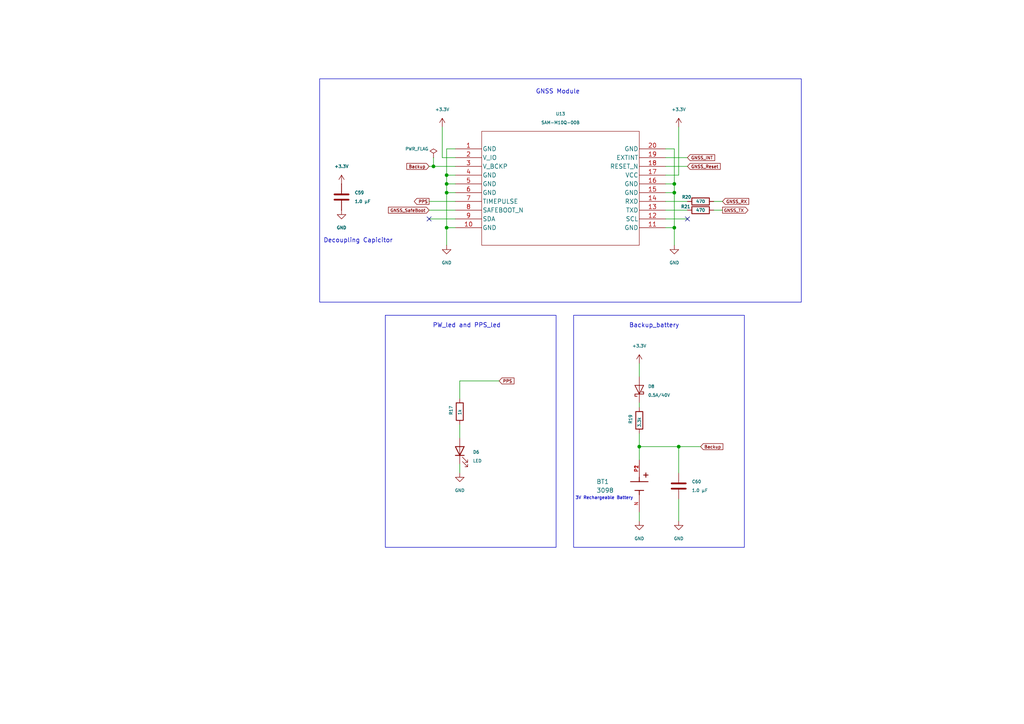
<source format=kicad_sch>
(kicad_sch (version 20250114) (generator "eeschema") (generator_version "9.0")
  (paper "A4")
  (lib_symbols
    (symbol "Battery3V_holder:3098" (pin_names (offset 1.016))
      (property "Reference" "BT" (at -3.81 3.81 0))
      (property "Value" "3098" (at -3.81 -5.08 0))
      (symbol "3098_0_0"
        (polyline (pts (xy -3.81 1.905) (xy -2.54 1.905)) (stroke (width 0.254)))
        (polyline (pts (xy -3.175 2.54) (xy -3.175 1.27)) (stroke (width 0.254)))
        (polyline (pts (xy -1.27 2.54) (xy -1.27 0)) (stroke (width 0.254)))
        (polyline (pts (xy -1.27 0) (xy -2.54 0)) (stroke (width 0.254)))
        (polyline (pts (xy -1.27 0) (xy -1.27 -2.54)) (stroke (width 0.254)))
        (polyline (pts (xy 1.27 1.27) (xy 1.27 0)) (stroke (width 0.254)))
        (polyline (pts (xy 1.27 0) (xy 1.27 -1.27)) (stroke (width 0.254)))
        (polyline (pts (xy 1.27 0) (xy 2.54 0)) (stroke (width 0.254)))
        (pin passive line (at -7.62 0 0) (length 5.08) (name "~") (number "P1"))
        (pin passive line (at -7.62 0 0) (length 5.08) (name "~") (number "P2"))
        (pin passive line (at 7.62 0 180) (length 5.08) (name "~") (number "N"))
      )
    )
    (symbol "Device:C" (pin_numbers (hide yes)) (pin_names (offset 0.254))
      (property "Reference" "C" (at 0.635 2.54 0))
      (property "Value" "C" (at 0.635 -2.54 0))
      (symbol "C_0_1"
        (polyline (pts (xy -2.032 0.762) (xy 2.032 0.762)) (stroke (width 0.508)))
        (polyline (pts (xy -2.032 -0.762) (xy 2.032 -0.762)) (stroke (width 0.508)))
      )
      (symbol "C_1_1"
        (pin passive line (at 0 3.81 270) (length 2.794) (name "~") (number "1"))
        (pin passive line (at 0 -3.81 90) (length 2.794) (name "~") (number "2"))
      )
    )
    (symbol "Device:LED" (pin_numbers (hide yes)) (pin_names (offset 1.016) (hide yes))
      (property "Reference" "D" (at 0 2.54 0))
      (property "Value" "LED" (at 0 -2.54 0))
      (symbol "LED_0_1"
        (polyline (pts (xy -3.048 -0.762) (xy -4.572 -2.286) (xy -3.81 -2.286) (xy -4.572 -2.286) (xy -4.572 -1.524)))
        (polyline (pts (xy -1.778 -0.762) (xy -3.302 -2.286) (xy -2.54 -2.286) (xy -3.302 -2.286) (xy -3.302 -1.524)))
        (polyline (pts (xy -1.27 0) (xy 1.27 0)))
        (polyline (pts (xy -1.27 -1.27) (xy -1.27 1.27)) (stroke (width 0.254)))
        (polyline (pts (xy 1.27 -1.27) (xy 1.27 1.27) (xy -1.27 0) (xy 1.27 -1.27)) (stroke (width 0.254)))
      )
      (symbol "LED_1_1"
        (pin passive line (at -3.81 0 0) (length 2.54) (name "K") (number "1"))
        (pin passive line (at 3.81 0 180) (length 2.54) (name "A") (number "2"))
      )
    )
    (symbol "Device:R" (pin_numbers (hide yes)) (pin_names (offset 0))
      (property "Reference" "R" (at 2.032 0 90))
      (property "Value" "R" (at 0 0 90))
      (symbol "R_0_1"
        (rectangle (start -1.016 -2.54) (end 1.016 2.54) (stroke (width 0.254)))
      )
      (symbol "R_1_1"
        (pin passive line (at 0 3.81 270) (length 1.27) (name "~") (number "1"))
        (pin passive line (at 0 -3.81 90) (length 1.27) (name "~") (number "2"))
      )
    )
    (symbol "Diode:PMEG4005EH" (pin_numbers (hide yes)) (pin_names (hide yes))
      (property "Reference" "D" (at 0 2.54 0))
      (property "Value" "PMEG4005EH" (at 0 -2.54 0))
      (symbol "PMEG4005EH_0_1"
        (polyline (pts (xy -1.905 0.635) (xy -1.905 1.27) (xy -1.27 1.27) (xy -1.27 -1.27) (xy -0.635 -1.27) (xy -0.635 -0.635)) (stroke (width 0.2032)))
        (polyline (pts (xy 1.27 1.27) (xy 1.27 -1.27) (xy -1.27 0) (xy 1.27 1.27)) (stroke (width 0.2032)))
        (polyline (pts (xy 1.27 0) (xy -1.27 0)))
      )
      (symbol "PMEG4005EH_1_1"
        (pin passive line (at -3.81 0 0) (length 2.54) (name "K") (number "1"))
        (pin passive line (at 3.81 0 180) (length 2.54) (name "A") (number "2"))
      )
    )
    (symbol "SAM-M10Q:SAM-M10Q-00B" (pin_names (offset 0.254))
      (property "Reference" "U13" (at 30.48 10.16 0))
      (property "Value" "SAM-M10Q-00B" (at 30.48 7.62 0))
      (symbol "SAM-M10Q-00B_0_1"
        (polyline (pts (xy 7.62 5.08) (xy 7.62 -27.94)) (stroke (width 0.127)))
        (polyline (pts (xy 7.62 -27.94) (xy 53.34 -27.94)) (stroke (width 0.127)))
        (polyline (pts (xy 53.34 5.08) (xy 7.62 5.08)) (stroke (width 0.127)))
        (polyline (pts (xy 53.34 -27.94) (xy 53.34 5.08)) (stroke (width 0.127)))
        (pin power_in line (at 0 -2.54 0) (length 7.62) (name "V_IO") (number "2"))
        (pin power_in line (at 0 -5.08 0) (length 7.62) (name "V_BCKP") (number "3"))
        (pin power_in line (at 0 -7.62 0) (length 7.62) (name "GND") (number "4"))
        (pin power_in line (at 0 -10.16 0) (length 7.62) (name "GND") (number "5"))
        (pin power_in line (at 0 -12.7 0) (length 7.62) (name "GND") (number "6"))
        (pin output line (at 0 -15.24 0) (length 7.62) (name "TIMEPULSE") (number "7"))
        (pin input line (at 0 -17.78 0) (length 7.62) (name "SAFEBOOT_N") (number "8"))
        (pin bidirectional line (at 0 -20.32 0) (length 7.62) (name "SDA") (number "9"))
        (pin input line (at 60.96 -2.54 180) (length 7.62) (name "EXTINT") (number "19"))
        (pin input line (at 60.96 -5.08 180) (length 7.62) (name "RESET_N") (number "18"))
        (pin power_in line (at 60.96 -7.62 180) (length 7.62) (name "VCC") (number "17"))
        (pin input line (at 60.96 -15.24 180) (length 7.62) (name "RXD") (number "14"))
        (pin output line (at 60.96 -17.78 180) (length 7.62) (name "TXD") (number "13"))
        (pin input line (at 60.96 -20.32 180) (length 7.62) (name "SCL") (number "12"))
      )
      (symbol "SAM-M10Q-00B_1_1"
        (pin power_in line (at 0 0 0) (length 7.62) (name "GND") (number "1"))
        (pin power_in line (at 0 -22.86 0) (length 7.62) (name "GND") (number "10"))
        (pin power_in line (at 60.96 0 180) (length 7.62) (name "GND") (number "20"))
        (pin power_in line (at 60.96 -10.16 180) (length 7.62) (name "GND") (number "16"))
        (pin power_in line (at 60.96 -12.7 180) (length 7.62) (name "GND") (number "15"))
        (pin power_in line (at 60.96 -22.86 180) (length 7.62) (name "GND") (number "11"))
      )
    )
    (symbol "power:GND" (power) (pin_numbers (hide yes)) (pin_names (offset 0) (hide yes))
      (property "Value" "GND" (at 0 -3.81 0))
      (symbol "GND_0_1"
        (polyline (pts (xy 0 0) (xy 0 -1.27) (xy 1.27 -1.27) (xy 0 -2.54) (xy -1.27 -1.27) (xy 0 -1.27)))
      )
      (symbol "GND_1_1"
        (pin power_in line (at 0 0 270) (length 0) (name "~") (number "1"))
      )
    )
    (symbol "power:PWR_FLAG" (power) (pin_numbers (hide yes)) (pin_names (offset 0) (hide yes))
      (property "Value" "PWR_FLAG" (at 0 3.81 0))
      (symbol "PWR_FLAG_0_0"
        (pin power_out line (at 0 0 90) (length 0) (name "~") (number "1"))
      )
      (symbol "PWR_FLAG_0_1"
        (polyline (pts (xy 0 0) (xy 0 1.27) (xy -1.016 1.905) (xy 0 2.54) (xy 1.016 1.905) (xy 0 1.27)))
      )
    )
    (symbol "power:VCC" (power) (pin_numbers (hide yes)) (pin_names (offset 0) (hide yes))
      (property "Value" "VCC" (at 0 3.556 0))
      (symbol "VCC_0_1"
        (polyline (pts (xy -0.762 1.27) (xy 0 2.54)))
        (polyline (pts (xy 0 2.54) (xy 0.762 1.27)))
        (polyline (pts (xy 0 0) (xy 0 2.54)))
      )
      (symbol "VCC_1_1"
        (pin power_in line (at 0 0 90) (length 0) (name "~") (number "1"))
      )
    )
  )
  (rectangle (start 166.37 91.44) (end 215.9 158.75))
  (rectangle (start 92.71 22.86) (end 232.41 87.63))
  (rectangle (start 111.76 91.44) (end 161.29 158.75))
  (text "3V Rechargeable Battery" (at 175.26 144.526 0) (effects (font (size 0.889 0.889))))
  (text "Backup_battery" (at 189.738 94.488 0) (effects (font (size 1.27 1.27))))
  (text "GNSS Module" (at 161.798 26.67 0) (effects (font (size 1.27 1.27))))
  (text "Decoupling Capicitor" (at 103.886 69.85 0) (effects (font (size 1.27 1.27))))
  (text "PW_led and PPS_led" (at 135.382 94.488 0) (effects (font (size 1.27 1.27))))
  (junction (at 129.54 66.04))
  (junction (at 129.54 50.8))
  (junction (at 129.54 53.34))
  (junction (at 196.85 129.54))
  (junction (at 195.58 55.88))
  (junction (at 195.58 53.34))
  (junction (at 125.73 48.26))
  (junction (at 129.54 55.88))
  (junction (at 195.58 66.04))
  (junction (at 185.42 129.54))
  (no_connect (at 124.46 63.5))
  (no_connect (at 199.39 63.5))
  (wire (pts (xy 133.35 123.19) (xy 133.35 127)))
  (wire (pts (xy 185.42 105.41) (xy 185.42 109.22)))
  (wire (pts (xy 133.35 134.62) (xy 133.35 137.16)))
  (wire (pts (xy 124.46 58.42) (xy 132.08 58.42)))
  (wire (pts (xy 193.04 43.18) (xy 195.58 43.18)))
  (wire (pts (xy 193.04 55.88) (xy 195.58 55.88)))
  (wire (pts (xy 185.42 125.73) (xy 185.42 129.54)))
  (wire (pts (xy 128.27 36.83) (xy 128.27 45.72)))
  (wire (pts (xy 129.54 66.04) (xy 132.08 66.04)))
  (wire (pts (xy 124.46 63.5) (xy 132.08 63.5)))
  (wire (pts (xy 124.46 48.26) (xy 125.73 48.26)))
  (wire (pts (xy 124.46 60.96) (xy 132.08 60.96)))
  (wire (pts (xy 128.27 45.72) (xy 132.08 45.72)))
  (wire (pts (xy 185.42 148.59) (xy 185.42 151.13)))
  (wire (pts (xy 125.73 48.26) (xy 132.08 48.26)))
  (wire (pts (xy 207.01 60.96) (xy 209.55 60.96)))
  (wire (pts (xy 196.85 144.78) (xy 196.85 151.13)))
  (wire (pts (xy 129.54 55.88) (xy 129.54 66.04)))
  (wire (pts (xy 195.58 66.04) (xy 195.58 71.12)))
  (wire (pts (xy 196.85 129.54) (xy 203.2 129.54)))
  (wire (pts (xy 195.58 43.18) (xy 195.58 53.34)))
  (wire (pts (xy 196.85 129.54) (xy 196.85 137.16)))
  (wire (pts (xy 133.35 110.49) (xy 144.78 110.49)))
  (wire (pts (xy 193.04 66.04) (xy 195.58 66.04)))
  (wire (pts (xy 129.54 50.8) (xy 132.08 50.8)))
  (wire (pts (xy 199.39 48.26) (xy 193.04 48.26)))
  (wire (pts (xy 129.54 55.88) (xy 132.08 55.88)))
  (wire (pts (xy 193.04 58.42) (xy 199.39 58.42)))
  (wire (pts (xy 185.42 129.54) (xy 185.42 133.35)))
  (wire (pts (xy 199.39 45.72) (xy 193.04 45.72)))
  (wire (pts (xy 125.73 45.72) (xy 125.73 48.26)))
  (wire (pts (xy 129.54 53.34) (xy 129.54 55.88)))
  (wire (pts (xy 195.58 53.34) (xy 195.58 55.88)))
  (wire (pts (xy 193.04 53.34) (xy 195.58 53.34)))
  (wire (pts (xy 195.58 55.88) (xy 195.58 66.04)))
  (wire (pts (xy 133.35 110.49) (xy 133.35 115.57)))
  (wire (pts (xy 193.04 60.96) (xy 199.39 60.96)))
  (wire (pts (xy 129.54 53.34) (xy 132.08 53.34)))
  (wire (pts (xy 199.39 63.5) (xy 193.04 63.5)))
  (wire (pts (xy 129.54 50.8) (xy 129.54 53.34)))
  (wire (pts (xy 129.54 43.18) (xy 129.54 50.8)))
  (wire (pts (xy 185.42 116.84) (xy 185.42 118.11)))
  (wire (pts (xy 129.54 66.04) (xy 129.54 71.12)))
  (wire (pts (xy 207.01 58.42) (xy 209.55 58.42)))
  (wire (pts (xy 196.85 50.8) (xy 193.04 50.8)))
  (wire (pts (xy 185.42 129.54) (xy 196.85 129.54)))
  (wire (pts (xy 132.08 43.18) (xy 129.54 43.18)))
  (wire (pts (xy 196.85 36.83) (xy 196.85 50.8)))
  (global_label "GNSS_TX" (shape output) (at 209.55 60.96 0) (effects (font (size 0.889 0.889))) (property "Intersheetrefs" "${INTERSHEET_REFS}" (effects (hide yes))))
  (global_label "GNSS_INT" (shape input) (at 199.39 45.72 0) (effects (font (size 0.889 0.889))) (property "Intersheetrefs" "${INTERSHEET_REFS}" (effects (hide yes))))
  (global_label "PPS" (shape input) (at 144.78 110.49 0) (effects (font (size 0.889 0.889))) (property "Intersheetrefs" "${INTERSHEET_REFS}" (effects (hide yes))))
  (global_label "Backup" (shape input) (at 203.2 129.54 0) (effects (font (size 0.889 0.889))) (property "Intersheetrefs" "${INTERSHEET_REFS}" (effects (hide yes))))
  (global_label "GNSS_Reset" (shape input) (at 199.39 48.26 0) (effects (font (size 0.889 0.889))) (property "Intersheetrefs" "${INTERSHEET_REFS}" (effects (hide yes))))
  (global_label "PPS" (shape output) (at 124.46 58.42 180) (effects (font (size 0.889 0.889))) (property "Intersheetrefs" "${INTERSHEET_REFS}" (effects (hide yes))))
  (global_label "GNSS_RX" (shape input) (at 209.55 58.42 0) (effects (font (size 0.889 0.889))) (property "Intersheetrefs" "${INTERSHEET_REFS}" (effects (hide yes))))
  (global_label "Backup" (shape input) (at 124.46 48.26 180) (effects (font (size 0.889 0.889))) (property "Intersheetrefs" "${INTERSHEET_REFS}" (effects (hide yes))))
  (global_label "GNSS_SafeBoot" (shape input) (at 124.46 60.96 180) (effects (font (size 0.889 0.889))) (property "Intersheetrefs" "${INTERSHEET_REFS}" (effects (hide yes))))
  (symbol (lib_id "power:PWR_FLAG") (at 125.73 45.72 0) (unit 1)
    (property "Reference" "#FLG04" (effects (hide yes)))
    (property "Value" "PWR_FLAG" (at 120.904 43.18 0) (effects (font (size 0.889 0.889))))
    (property "Description" "Special symbol for telling ERC where power comes from" (effects (hide yes)))
  )
  (symbol (lib_id "Device:R") (at 133.35 119.38 0) (unit 1)
    (property "Reference" "R17" (at 130.81 120.396 90) (effects (font (size 0.889 0.889)) (justify left)))
    (property "Value" "1k" (at 133.35 120.396 90) (effects (font (size 0.889 0.889)) (justify left)))
    (property "Footprint" "Resistor_SMD:R_0402_1005Metric" (effects (hide yes)))
    (property "Description" "Resistor" (effects (hide yes)))
  )
  (symbol (lib_id "power:GND") (at 133.35 137.16 0) (unit 1)
    (property "Reference" "#PWR092" (effects (hide yes)))
    (property "Value" "GND" (at 133.35 142.24 0) (effects (font (size 0.889 0.889))))
    (property "Description" "Power symbol creates a global label with name \"GND\" , ground" (effects (hide yes)))
  )
  (symbol (lib_id "Device:C") (at 99.06 57.15 0) (unit 1)
    (property "Reference" "C59" (at 102.87 55.8799 0) (effects (font (size 0.889 0.889)) (justify left)))
    (property "Value" "1.0 µF" (at 102.87 58.4199 0) (effects (font (size 0.889 0.889)) (justify left)))
    (property "Footprint" "Capacitor_SMD:C_0402_1005Metric" (effects (hide yes)))
    (property "Description" "Unpolarized capacitor" (effects (hide yes)))
  )
  (symbol (lib_id "power:VCC") (at 128.27 36.83 0) (unit 1)
    (property "Reference" "#PWR093" (effects (hide yes)))
    (property "Value" "+3.3V" (at 128.27 31.75 0) (effects (font (size 0.889 0.889))))
    (property "Description" "Power symbol creates a global label with name \"VCC\"" (effects (hide yes)))
  )
  (symbol (lib_id "Battery3V_holder:3098") (at 185.42 140.97 270) (unit 1)
    (property "Reference" "BT1" (at 172.974 139.7 90) (effects (justify left)))
    (property "Value" "3098" (at 172.974 142.24 90) (effects (justify left)))
    (property "Footprint" "Battery3V_holder:BAT_3098" (effects (hide yes)))
    (property "MF" "Keystone Electronics" (effects (hide yes)))
    (property "MAXIMUM_PACKAGE_HEIGHT" "3.18mm" (effects (hide yes)))
    (property "Package" "None" (effects (hide yes)))
    (property "Price" "None" (effects (hide yes)))
    (property "Check_prices" "https://www.snapeda.com/parts/3098/Keystone/view-part/?ref=eda" (effects (hide yes)))
    (property "STANDARD" "Manufacturer Recommendations" (effects (hide yes)))
    (property "PARTREV" "K" (effects (hide yes)))
    (property "SnapEDA_Link" "https://www.snapeda.com/parts/3098/Keystone/view-part/?ref=snap" (effects (hide yes)))
    (property "MP" "3098" (effects (hide yes)))
    (property "Purchase-URL" "https://www.snapeda.com/api/url_track_click_mouser/?unipart_id=371074&manufacturer=Keystone Electronics&part_name=3098&search_term=None" (effects (hide yes)))
    (property "Description_1" "\n                        \n                            SMT Holder for 6.8mm Cell-Matte Tin Plate | Keystone Electronics 3098\n                        \n" (effects (hide yes)))
    (property "SNAPEDA_PN" "2998" (effects (hide yes)))
    (property "Availability" "In Stock" (effects (hide yes)))
    (property "MANUFACTURER" "Keystone Electronics" (effects (hide yes)))
  )
  (symbol (lib_id "power:VCC") (at 99.06 53.34 0) (unit 1)
    (property "Reference" "#PWR090" (effects (hide yes)))
    (property "Value" "+3.3V" (at 99.06 48.26 0) (effects (font (size 0.889 0.889))))
    (property "Description" "Power symbol creates a global label with name \"VCC\"" (effects (hide yes)))
  )
  (symbol (lib_id "power:GND") (at 196.85 151.13 0) (unit 1)
    (property "Reference" "#PWR0101" (effects (hide yes)))
    (property "Value" "GND" (at 196.85 156.21 0) (effects (font (size 0.889 0.889))))
    (property "Description" "Power symbol creates a global label with name \"GND\" , ground" (effects (hide yes)))
  )
  (symbol (lib_id "Device:LED") (at 133.35 130.81 90) (unit 1)
    (property "Reference" "D6" (at 137.16 131.1274 90) (effects (font (size 0.889 0.889)) (justify right)))
    (property "Value" "LED" (at 137.16 133.6674 90) (effects (font (size 0.889 0.889)) (justify right)))
    (property "Footprint" "LED_SMD:LED_0402_1005Metric" (effects (hide yes)))
    (property "Description" "Light emitting diode" (effects (hide yes)))
  )
  (symbol (lib_id "power:GND") (at 195.58 71.12 0) (unit 1)
    (property "Reference" "#PWR099" (effects (hide yes)))
    (property "Value" "GND" (at 195.58 76.2 0) (effects (font (size 0.889 0.889))))
    (property "Description" "Power symbol creates a global label with name \"GND\" , ground" (effects (hide yes)))
  )
  (symbol (lib_id "Device:R") (at 203.2 60.96 270) (unit 1)
    (property "Reference" "R21" (at 198.882 59.944 90) (effects (font (size 0.889 0.889))))
    (property "Value" "470" (at 203.2 60.96 90) (effects (font (size 0.889 0.889))))
    (property "Footprint" "Resistor_SMD:R_0402_1005Metric" (effects (hide yes)))
    (property "Description" "Resistor" (effects (hide yes)))
  )
  (symbol (lib_id "power:VCC") (at 196.85 36.83 0) (unit 1)
    (property "Reference" "#PWR0100" (effects (hide yes)))
    (property "Value" "+3.3V" (at 196.85 31.75 0) (effects (font (size 0.889 0.889))))
    (property "Description" "Power symbol creates a global label with name \"VCC\"" (effects (hide yes)))
  )
  (symbol (lib_id "Device:C") (at 196.85 140.97 0) (unit 1)
    (property "Reference" "C60" (at 200.66 139.6999 0) (effects (font (size 0.889 0.889)) (justify left)))
    (property "Value" "1.0 µF" (at 200.66 142.2399 0) (effects (font (size 0.889 0.889)) (justify left)))
    (property "Footprint" "Capacitor_SMD:C_0402_1005Metric" (effects (hide yes)))
    (property "Description" "Unpolarized capacitor" (effects (hide yes)))
  )
  (symbol (lib_id "Device:R") (at 203.2 58.42 270) (unit 1)
    (property "Reference" "R20" (at 199.136 57.15 90) (effects (font (size 0.889 0.889))))
    (property "Value" "470" (at 203.2 58.42 90) (effects (font (size 0.889 0.889))))
    (property "Footprint" "Resistor_SMD:R_0402_1005Metric" (effects (hide yes)))
    (property "Description" "Resistor" (effects (hide yes)))
  )
  (symbol (lib_id "power:GND") (at 99.06 60.96 0) (unit 1)
    (property "Reference" "#PWR091" (effects (hide yes)))
    (property "Value" "GND" (at 99.06 66.04 0) (effects (font (size 0.889 0.889))))
    (property "Description" "Power symbol creates a global label with name \"GND\" , ground" (effects (hide yes)))
  )
  (symbol (lib_id "SAM-M10Q:SAM-M10Q-00B") (at 132.08 43.18 0) (unit 1)
    (property "Reference" "U13" (at 162.56 33.02 0) (effects (font (size 0.889 0.889))))
    (property "Value" "SAM-M10Q-00B" (at 162.56 35.56 0) (effects (font (size 0.889 0.889))))
    (property "Footprint" "SAM-M10Q:SAM-M10Q_UBL" (effects (hide yes)))
    (property "Datasheet" "SAM-M10Q-00B" (effects (hide yes)))
  )
  (symbol (lib_id "Diode:PMEG4005EH") (at 185.42 113.03 90) (unit 1)
    (property "Reference" "D8" (at 187.96 112.0774 90) (effects (font (size 0.889 0.889)) (justify right)))
    (property "Value" "0.5A/40V" (at 187.96 114.6174 90) (effects (font (size 0.889 0.889)) (justify right)))
    (property "Footprint" "Diode_SMD:D_SOD-123F" (effects (hide yes)))
    (property "Datasheet" "https://assets.nexperia.com/documents/data-sheet/PMEGXX05EH_EJ_SER.pdf" (effects (hide yes)))
    (property "Description" "40V, 500mA very low Vf MEGA Schottky barrier rectifier, SOD-123F" (effects (hide yes)))
  )
  (symbol (lib_id "power:GND") (at 185.42 151.13 0) (unit 1)
    (property "Reference" "#PWR098" (effects (hide yes)))
    (property "Value" "GND" (at 185.42 156.21 0) (effects (font (size 0.889 0.889))))
    (property "Description" "Power symbol creates a global label with name \"GND\" , ground" (effects (hide yes)))
  )
  (symbol (lib_id "power:GND") (at 129.54 71.12 0) (unit 1)
    (property "Reference" "#PWR094" (effects (hide yes)))
    (property "Value" "GND" (at 129.54 76.2 0) (effects (font (size 0.889 0.889))))
    (property "Description" "Power symbol creates a global label with name \"GND\" , ground" (effects (hide yes)))
  )
  (symbol (lib_id "power:VCC") (at 185.42 105.41 0) (unit 1)
    (property "Reference" "#PWR097" (effects (hide yes)))
    (property "Value" "+3.3V" (at 185.42 100.33 0) (effects (font (size 0.889 0.889))))
    (property "Description" "Power symbol creates a global label with name \"VCC\"" (effects (hide yes)))
  )
  (symbol (lib_id "Device:R") (at 185.42 121.92 0) (unit 1)
    (property "Reference" "R19" (at 182.88 122.936 90) (effects (font (size 0.889 0.889)) (justify left)))
    (property "Value" "3.3k" (at 185.42 123.952 90) (effects (font (size 0.889 0.889)) (justify left)))
    (property "Footprint" "Resistor_SMD:R_0402_1005Metric" (effects (hide yes)))
    (property "Description" "Resistor" (effects (hide yes)))
  )
)
</source>
